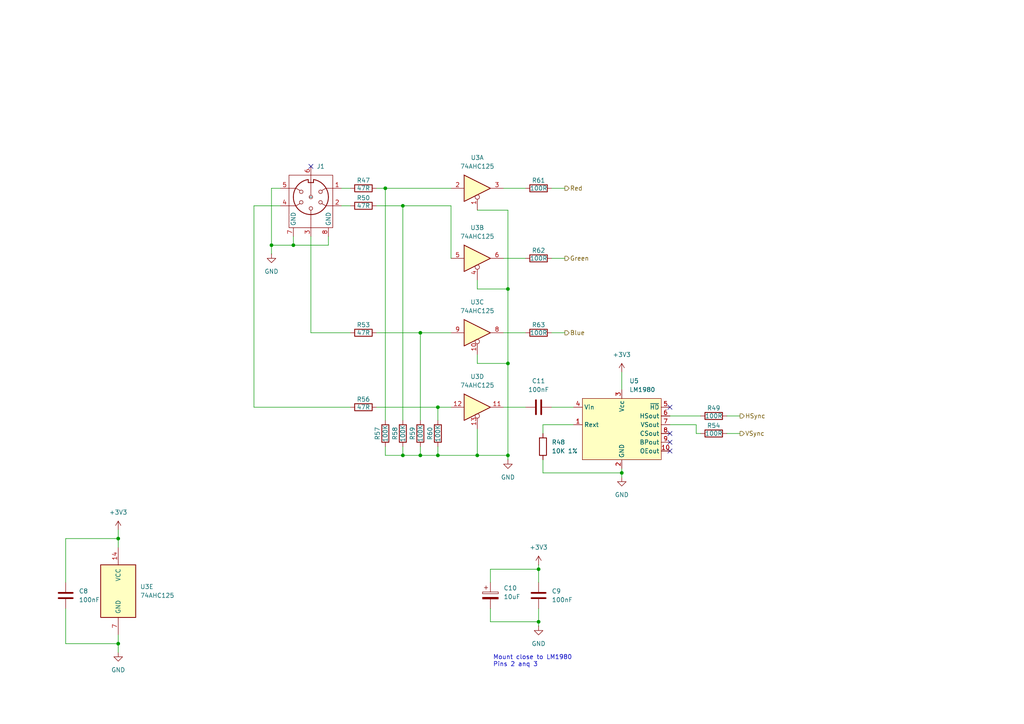
<source format=kicad_sch>
(kicad_sch (version 20231120) (generator "eeschema") (generator_version "8.0")
  (paper "A4")
  (lib_symbols
    (symbol "74xx:74AHCT125" (pin_names (offset 1.016))
      (property "Reference" "U" (at 0 1.27 0))
      (property "Value" "74AHCT125" (at 0 -1.27 0))
      (symbol "74AHCT125_1_0"
        (polyline (pts (xy -3.81 3.81) (xy -3.81 -3.81) (xy 3.81 0) (xy -3.81 3.81)) (stroke (width 0.254)) (fill (type background)))
        (pin input inverted (at 0 -6.35 90) (length 4.445) (name "~") (number "1"))
        (pin input line (at -7.62 0 0) (length 3.81) (name "~") (number "2"))
        (pin tri_state line (at 7.62 0 180) (length 3.81) (name "~") (number "3"))
      )
      (symbol "74AHCT125_2_0"
        (polyline (pts (xy -3.81 3.81) (xy -3.81 -3.81) (xy 3.81 0) (xy -3.81 3.81)) (stroke (width 0.254)) (fill (type background)))
        (pin input inverted (at 0 -6.35 90) (length 4.445) (name "~") (number "4"))
        (pin input line (at -7.62 0 0) (length 3.81) (name "~") (number "5"))
        (pin tri_state line (at 7.62 0 180) (length 3.81) (name "~") (number "6"))
      )
      (symbol "74AHCT125_3_0"
        (polyline (pts (xy -3.81 3.81) (xy -3.81 -3.81) (xy 3.81 0) (xy -3.81 3.81)) (stroke (width 0.254)) (fill (type background)))
        (pin input inverted (at 0 -6.35 90) (length 4.445) (name "~") (number "10"))
        (pin tri_state line (at 7.62 0 180) (length 3.81) (name "~") (number "8"))
        (pin input line (at -7.62 0 0) (length 3.81) (name "~") (number "9"))
      )
      (symbol "74AHCT125_4_0"
        (polyline (pts (xy -3.81 3.81) (xy -3.81 -3.81) (xy 3.81 0) (xy -3.81 3.81)) (stroke (width 0.254)) (fill (type background)))
        (pin tri_state line (at 7.62 0 180) (length 3.81) (name "~") (number "11"))
        (pin input line (at -7.62 0 0) (length 3.81) (name "~") (number "12"))
        (pin input inverted (at 0 -6.35 90) (length 4.445) (name "~") (number "13"))
      )
      (symbol "74AHCT125_5_0"
        (pin power_in line (at 0 12.7 270) (length 5.08) (name "VCC") (number "14"))
        (pin power_in line (at 0 -12.7 90) (length 5.08) (name "GND") (number "7"))
      )
      (symbol "74AHCT125_5_1"
        (rectangle (start -5.08 7.62) (end 5.08 -7.62) (stroke (width 0.254)) (fill (type background)))
      )
    )
    (symbol "Device:C" (pin_numbers hide) (pin_names (offset 0.254))
      (property "Reference" "C" (at 0.635 2.54 0))
      (property "Value" "C" (at 0.635 -2.54 0))
      (symbol "C_0_1"
        (polyline (pts (xy -2.032 -0.762) (xy 2.032 -0.762)) (stroke (width 0.508)))
        (polyline (pts (xy -2.032 0.762) (xy 2.032 0.762)) (stroke (width 0.508)))
      )
      (symbol "C_1_1"
        (pin passive line (at 0 3.81 270) (length 2.794) (name "~") (number "1"))
        (pin passive line (at 0 -3.81 90) (length 2.794) (name "~") (number "2"))
      )
    )
    (symbol "Device:C_Polarized" (pin_numbers hide) (pin_names (offset 0.254))
      (property "Reference" "C" (at 0.635 2.54 0))
      (property "Value" "C_Polarized" (at 0.635 -2.54 0))
      (symbol "C_Polarized_0_1"
        (rectangle (start -2.286 0.508) (end 2.286 1.016))
        (polyline (pts (xy -1.778 2.286) (xy -0.762 2.286)))
        (polyline (pts (xy -1.27 2.794) (xy -1.27 1.778)))
        (rectangle (start 2.286 -0.508) (end -2.286 -1.016) (fill (type outline)))
      )
      (symbol "C_Polarized_1_1"
        (pin passive line (at 0 3.81 270) (length 2.794) (name "~") (number "1"))
        (pin passive line (at 0 -3.81 90) (length 2.794) (name "~") (number "2"))
      )
    )
    (symbol "Device:R" (pin_numbers hide) (pin_names (offset 0))
      (property "Reference" "R" (at 2.032 0 90))
      (property "Value" "R" (at 0 0 90))
      (symbol "R_0_1"
        (rectangle (start -1.016 -2.54) (end 1.016 2.54) (stroke (width 0.254)))
      )
      (symbol "R_1_1"
        (pin passive line (at 0 3.81 270) (length 1.27) (name "~") (number "1"))
        (pin passive line (at 0 -3.81 90) (length 1.27) (name "~") (number "2"))
      )
    )
    (symbol "RS_DIN_Socket:DIN-6-Socket"
      (property "Reference" "J" (at 3.81 7.62 0))
      (symbol "DIN-6-Socket_0_1"
        (rectangle (start -6.35 6.35) (end 6.35 -8.89))
        (polyline (pts (xy -5.08 -2.54) (xy -6.35 -2.54)))
        (polyline (pts (xy -5.08 2.54) (xy -6.35 2.54)))
        (polyline (pts (xy 0 -6.35) (xy 0 -8.89)))
        (polyline (pts (xy 0 -5.08) (xy 0 -6.35)))
        (polyline (pts (xy 0 5.08) (xy 0 6.35)))
        (polyline (pts (xy 5.08 -2.54) (xy 6.35 -2.54)))
        (polyline (pts (xy 5.08 2.54) (xy 6.35 2.54)))
      )
      (symbol "DIN-6-Socket_1_1"
        (arc (start -5.08 0) (mid 0 -5.0579) (end 5.08 0) (stroke (width 0.254)))
        (circle (center -2.794 -1.524) (radius 0.508))
        (circle (center -2.794 1.524) (radius 0.508))
        (arc (start -0.762 5.08) (mid -3.8685 3.343) (end -5.08 0) (stroke (width 0.254)))
        (circle (center 0 -3.302) (radius 0.508))
        (polyline (pts (xy 0 -5.08) (xy 0 -3.81)))
        (polyline (pts (xy 0 5.08) (xy 0 0.508)))
        (polyline (pts (xy -5.08 -2.54) (xy -4.318 -2.54) (xy -3.175 -1.905)))
        (polyline (pts (xy -5.08 2.54) (xy -4.318 2.54) (xy -3.175 1.905)))
        (polyline (pts (xy 5.08 -2.54) (xy 4.318 -2.54) (xy 3.175 -1.905)))
        (polyline (pts (xy 5.08 2.54) (xy 4.318 2.54) (xy 3.175 1.905)))
        (polyline (pts (xy 0.762 4.953) (xy 0.762 4.191) (xy -0.762 4.191) (xy -0.762 4.953)) (stroke (width 0.254)))
        (circle (center 0 0) (radius 0.508))
        (circle (center 2.794 -1.524) (radius 0.508))
        (circle (center 2.794 1.524) (radius 0.508))
        (arc (start 5.08 0) (mid 3.8609 3.3364) (end 0.762 5.08) (stroke (width 0.254)))
        (pin passive line (at 8.89 2.54 180) (length 2.54) (name "~") (number "1"))
        (pin passive line (at 8.89 -2.54 180) (length 2.54) (name "~") (number "2"))
        (pin passive line (at 0 -11.43 90) (length 2.54) (name "~") (number "3"))
        (pin passive line (at -8.89 -2.54 0) (length 2.54) (name "~") (number "4"))
        (pin passive line (at -8.89 2.54 0) (length 2.54) (name "~") (number "5"))
        (pin passive line (at 0 8.89 270) (length 2.54) (name "~") (number "6"))
        (pin passive line (at -5.08 -11.43 90) (length 2.54) (name "GND") (number "7"))
        (pin passive line (at 5.08 -11.43 90) (length 2.54) (name "GND") (number "8"))
      )
    )
    (symbol "lmh1981:LMH1980"
      (property "Reference" "U" (at 4.826 10.414 0))
      (property "Value" "LM1980" (at -0.254 0.508 0))
      (symbol "LMH1980_1_1"
        (rectangle (start -11.43 8.89) (end 11.43 -8.89) (fill (type background)))
        (pin input line (at -13.97 1.27 0) (length 2.54) (name "Rext") (number "1"))
        (pin output line (at 13.97 -6.35 180) (length 2.54) (name "OEout") (number "10"))
        (pin power_in line (at 0 -11.43 90) (length 2.54) (name "GND") (number "2"))
        (pin power_in line (at 0 11.43 270) (length 2.54) (name "Vcc") (number "3"))
        (pin input line (at -13.97 6.35 0) (length 2.54) (name "Vin") (number "4"))
        (pin input line (at 13.97 6.35 180) (length 2.54) (name "~{HD}") (number "5"))
        (pin output line (at 13.97 3.81 180) (length 2.54) (name "HSout") (number "6"))
        (pin output line (at 13.97 1.27 180) (length 2.54) (name "VSout") (number "7"))
        (pin output line (at 13.97 -1.27 180) (length 2.54) (name "CSout") (number "8"))
        (pin output line (at 13.97 -3.81 180) (length 2.54) (name "BPout") (number "9"))
      )
    )
    (symbol "power:+3V3" (power) (pin_numbers hide) (pin_names (offset 0) hide)
      (property "Value" "+3V3" (at 0 3.556 0))
      (symbol "+3V3_0_1"
        (polyline (pts (xy -0.762 1.27) (xy 0 2.54)))
        (polyline (pts (xy 0 0) (xy 0 2.54)))
        (polyline (pts (xy 0 2.54) (xy 0.762 1.27)))
      )
      (symbol "+3V3_1_1"
        (pin power_in line (at 0 0 90) (length 0) (name "~") (number "1"))
      )
    )
    (symbol "power:GND" (power) (pin_numbers hide) (pin_names (offset 0) hide)
      (property "Value" "GND" (at 0 -3.81 0))
      (symbol "GND_0_1"
        (polyline (pts (xy 0 0) (xy 0 -1.27) (xy 1.27 -1.27) (xy 0 -2.54) (xy -1.27 -1.27) (xy 0 -1.27)))
      )
      (symbol "GND_1_1"
        (pin power_in line (at 0 0 270) (length 0) (name "~") (number "1"))
      )
    )
  )
  (junction (at 156.21 165.1))
  (junction (at 121.92 132.08))
  (junction (at 127 118.11))
  (junction (at 147.32 83.82))
  (junction (at 34.29 186.69))
  (junction (at 180.34 137.16))
  (junction (at 138.43 132.08))
  (junction (at 121.92 96.52))
  (junction (at 156.21 180.34))
  (junction (at 78.74 71.12))
  (junction (at 116.84 132.08))
  (junction (at 85.09 71.12))
  (junction (at 116.84 59.69))
  (junction (at 147.32 132.08))
  (junction (at 127 132.08))
  (junction (at 147.32 105.41))
  (junction (at 111.76 54.61))
  (junction (at 34.29 156.21))
  (no_connect (at 90.17 48.26))
  (no_connect (at 194.31 130.81))
  (no_connect (at 194.31 125.73))
  (no_connect (at 194.31 128.27))
  (no_connect (at 194.31 118.11))
  (wire (pts (xy 99.06 59.69) (xy 101.6 59.69)))
  (wire (pts (xy 99.06 54.61) (xy 101.6 54.61)))
  (wire (pts (xy 116.84 59.69) (xy 130.81 59.69)))
  (wire (pts (xy 73.66 118.11) (xy 101.6 118.11)))
  (wire (pts (xy 201.93 125.73) (xy 203.2 125.73)))
  (wire (pts (xy 160.02 118.11) (xy 166.37 118.11)))
  (wire (pts (xy 194.31 123.19) (xy 201.93 123.19)))
  (wire (pts (xy 147.32 60.96) (xy 147.32 83.82)))
  (wire (pts (xy 109.22 59.69) (xy 116.84 59.69)))
  (wire (pts (xy 111.76 54.61) (xy 111.76 121.92)))
  (wire (pts (xy 95.25 71.12) (xy 95.25 68.58)))
  (wire (pts (xy 19.05 168.91) (xy 19.05 156.21)))
  (wire (pts (xy 109.22 118.11) (xy 127 118.11)))
  (wire (pts (xy 138.43 60.96) (xy 147.32 60.96)))
  (wire (pts (xy 156.21 165.1) (xy 156.21 168.91)))
  (wire (pts (xy 142.24 165.1) (xy 156.21 165.1)))
  (wire (pts (xy 156.21 176.53) (xy 156.21 180.34)))
  (wire (pts (xy 121.92 132.08) (xy 127 132.08)))
  (wire (pts (xy 201.93 123.19) (xy 201.93 125.73)))
  (wire (pts (xy 180.34 135.89) (xy 180.34 137.16)))
  (wire (pts (xy 146.05 96.52) (xy 152.4 96.52)))
  (wire (pts (xy 166.37 123.19) (xy 157.48 123.19)))
  (wire (pts (xy 160.02 96.52) (xy 163.83 96.52)))
  (wire (pts (xy 90.17 68.58) (xy 90.17 96.52)))
  (wire (pts (xy 130.81 59.69) (xy 130.81 74.93)))
  (wire (pts (xy 34.29 184.15) (xy 34.29 186.69)))
  (wire (pts (xy 147.32 132.08) (xy 147.32 133.35)))
  (wire (pts (xy 138.43 81.28) (xy 138.43 83.82)))
  (wire (pts (xy 116.84 129.54) (xy 116.84 132.08)))
  (wire (pts (xy 81.28 54.61) (xy 78.74 54.61)))
  (wire (pts (xy 210.82 120.65) (xy 214.63 120.65)))
  (wire (pts (xy 19.05 176.53) (xy 19.05 186.69)))
  (wire (pts (xy 34.29 156.21) (xy 34.29 158.75)))
  (wire (pts (xy 157.48 123.19) (xy 157.48 125.73)))
  (wire (pts (xy 78.74 71.12) (xy 85.09 71.12)))
  (wire (pts (xy 109.22 96.52) (xy 121.92 96.52)))
  (wire (pts (xy 147.32 105.41) (xy 147.32 132.08)))
  (wire (pts (xy 146.05 118.11) (xy 152.4 118.11)))
  (wire (pts (xy 157.48 137.16) (xy 180.34 137.16)))
  (wire (pts (xy 138.43 124.46) (xy 138.43 132.08)))
  (wire (pts (xy 116.84 132.08) (xy 121.92 132.08)))
  (wire (pts (xy 138.43 105.41) (xy 147.32 105.41)))
  (wire (pts (xy 111.76 129.54) (xy 111.76 132.08)))
  (wire (pts (xy 160.02 74.93) (xy 163.83 74.93)))
  (wire (pts (xy 138.43 102.87) (xy 138.43 105.41)))
  (wire (pts (xy 160.02 54.61) (xy 163.83 54.61)))
  (wire (pts (xy 34.29 153.67) (xy 34.29 156.21)))
  (wire (pts (xy 147.32 83.82) (xy 147.32 105.41)))
  (wire (pts (xy 180.34 107.95) (xy 180.34 113.03)))
  (wire (pts (xy 34.29 186.69) (xy 34.29 189.23)))
  (wire (pts (xy 157.48 133.35) (xy 157.48 137.16)))
  (wire (pts (xy 146.05 74.93) (xy 152.4 74.93)))
  (wire (pts (xy 210.82 125.73) (xy 214.63 125.73)))
  (wire (pts (xy 85.09 68.58) (xy 85.09 71.12)))
  (wire (pts (xy 78.74 54.61) (xy 78.74 71.12)))
  (wire (pts (xy 142.24 168.91) (xy 142.24 165.1)))
  (wire (pts (xy 194.31 120.65) (xy 203.2 120.65)))
  (wire (pts (xy 81.28 59.69) (xy 73.66 59.69)))
  (wire (pts (xy 109.22 54.61) (xy 111.76 54.61)))
  (wire (pts (xy 121.92 96.52) (xy 130.81 96.52)))
  (wire (pts (xy 127 118.11) (xy 127 121.92)))
  (wire (pts (xy 180.34 137.16) (xy 180.34 138.43)))
  (wire (pts (xy 142.24 180.34) (xy 156.21 180.34)))
  (wire (pts (xy 78.74 71.12) (xy 78.74 73.66)))
  (wire (pts (xy 127 118.11) (xy 130.81 118.11)))
  (wire (pts (xy 127 129.54) (xy 127 132.08)))
  (wire (pts (xy 19.05 186.69) (xy 34.29 186.69)))
  (wire (pts (xy 111.76 132.08) (xy 116.84 132.08)))
  (wire (pts (xy 85.09 71.12) (xy 95.25 71.12)))
  (wire (pts (xy 116.84 59.69) (xy 116.84 121.92)))
  (wire (pts (xy 138.43 83.82) (xy 147.32 83.82)))
  (wire (pts (xy 146.05 54.61) (xy 152.4 54.61)))
  (wire (pts (xy 90.17 96.52) (xy 101.6 96.52)))
  (wire (pts (xy 142.24 176.53) (xy 142.24 180.34)))
  (wire (pts (xy 156.21 163.83) (xy 156.21 165.1)))
  (wire (pts (xy 19.05 156.21) (xy 34.29 156.21)))
  (wire (pts (xy 111.76 54.61) (xy 130.81 54.61)))
  (wire (pts (xy 73.66 59.69) (xy 73.66 118.11)))
  (wire (pts (xy 121.92 129.54) (xy 121.92 132.08)))
  (wire (pts (xy 138.43 132.08) (xy 147.32 132.08)))
  (wire (pts (xy 121.92 96.52) (xy 121.92 121.92)))
  (wire (pts (xy 156.21 180.34) (xy 156.21 181.61)))
  (wire (pts (xy 127 132.08) (xy 138.43 132.08)))
  (text "Mount close to LM1980\nPins 2 anq 3" (at 143.002 191.77 0) (effects (font (size 1.27 1.27)) (justify left)))
  (hierarchical_label "VSync" (shape output) (at 214.63 125.73 0))
  (hierarchical_label "Blue" (shape output) (at 163.83 96.52 0))
  (hierarchical_label "HSync" (shape output) (at 214.63 120.65 0))
  (hierarchical_label "Green" (shape output) (at 163.83 74.93 0))
  (hierarchical_label "Red" (shape output) (at 163.83 54.61 0))
  (symbol (lib_id "power:GND") (at 78.74 73.66 0) (unit 1)
    (property "Reference" "#PWR02" (effects (hide yes)))
    (property "Value" "GND" (at 78.74 78.74 0))
    (property "Description" "Power symbol creates a global label with name \"GND\" , ground" (effects (hide yes)))
  )
  (symbol (lib_id "74xx:74AHCT125") (at 138.43 74.93 0) (unit 2)
    (property "Reference" "U3" (at 138.43 66.04 0))
    (property "Value" "74AHC125" (at 138.43 68.58 0))
    (property "Datasheet" "https://www.ti.com/lit/ds/symlink/sn74ahct125.pdf" (effects (hide yes)))
    (property "Description" "Quadruple Bus Buffer Gates With 3-State Outputs" (effects (hide yes)))
  )
  (symbol (lib_id "power:GND") (at 34.29 189.23 0) (unit 1)
    (property "Reference" "#PWR012" (effects (hide yes)))
    (property "Value" "GND" (at 34.29 194.31 0))
    (property "Description" "Power symbol creates a global label with name \"GND\" , ground" (effects (hide yes)))
  )
  (symbol (lib_id "Device:R") (at 105.41 96.52 90) (unit 1)
    (property "Reference" "R53" (at 105.41 94.234 90))
    (property "Value" "47R" (at 105.41 96.52 90))
    (property "Description" "Resistor" (effects (hide yes)))
  )
  (symbol (lib_id "power:+3V3") (at 180.34 107.95 0) (unit 1)
    (property "Reference" "#PWR020" (effects (hide yes)))
    (property "Value" "+3V3" (at 180.34 102.87 0))
    (property "Description" "Power symbol creates a global label with name \"+3V3\"" (effects (hide yes)))
  )
  (symbol (lib_id "Device:R") (at 116.84 125.73 180) (unit 1)
    (property "Reference" "R58" (at 114.554 125.73 90))
    (property "Value" "100K" (at 116.84 125.73 90))
    (property "Description" "Resistor" (effects (hide yes)))
  )
  (symbol (lib_id "Device:R") (at 156.21 74.93 90) (unit 1)
    (property "Reference" "R62" (at 156.21 72.644 90))
    (property "Value" "100R" (at 156.21 74.93 90))
    (property "Description" "Resistor" (effects (hide yes)))
  )
  (symbol (lib_id "Device:C") (at 156.21 172.72 0) (unit 1)
    (property "Reference" "C9" (at 160.02 171.4499 0) (effects (justify left)))
    (property "Value" "100nF" (at 160.02 173.9899 0) (effects (justify left)))
    (property "Description" "Unpolarized capacitor" (effects (hide yes)))
  )
  (symbol (lib_id "RS_DIN_Socket:DIN-6-Socket") (at 90.17 57.15 0) (unit 1)
    (property "Reference" "J1" (at 91.8211 48.26 0) (effects (justify left)))
    (property "Value" "~" (at 90.17 57.15 0))
    (property "Footprint" "Local_footprints:6P DIN Socket RS Pro" (effects (hide yes)))
  )
  (symbol (lib_id "Device:R") (at 121.92 125.73 180) (unit 1)
    (property "Reference" "R59" (at 119.634 125.73 90))
    (property "Value" "100K" (at 121.92 125.73 90))
    (property "Description" "Resistor" (effects (hide yes)))
  )
  (symbol (lib_id "74xx:74AHCT125") (at 138.43 54.61 0) (unit 1)
    (property "Reference" "U3" (at 138.43 45.72 0))
    (property "Value" "74AHC125" (at 138.43 48.26 0))
    (property "Datasheet" "https://www.ti.com/lit/ds/symlink/sn74ahct125.pdf" (effects (hide yes)))
    (property "Description" "Quadruple Bus Buffer Gates With 3-State Outputs" (effects (hide yes)))
  )
  (symbol (lib_id "Device:R") (at 207.01 125.73 90) (unit 1)
    (property "Reference" "R54" (at 207.01 123.444 90))
    (property "Value" "100R" (at 207.01 125.73 90))
    (property "Description" "Resistor" (effects (hide yes)))
  )
  (symbol (lib_id "Device:R") (at 127 125.73 180) (unit 1)
    (property "Reference" "R60" (at 124.714 125.73 90))
    (property "Value" "100K" (at 127 125.73 90))
    (property "Description" "Resistor" (effects (hide yes)))
  )
  (symbol (lib_id "power:+3V3") (at 34.29 153.67 0) (unit 1)
    (property "Reference" "#PWR015" (effects (hide yes)))
    (property "Value" "+3V3" (at 34.29 148.59 0))
    (property "Description" "Power symbol creates a global label with name \"+3V3\"" (effects (hide yes)))
  )
  (symbol (lib_id "Device:R") (at 105.41 59.69 90) (unit 1)
    (property "Reference" "R50" (at 105.41 57.404 90))
    (property "Value" "47R" (at 105.41 59.69 90))
    (property "Description" "Resistor" (effects (hide yes)))
  )
  (symbol (lib_id "Device:R") (at 105.41 118.11 90) (unit 1)
    (property "Reference" "R56" (at 105.41 115.824 90))
    (property "Value" "47R" (at 105.41 118.11 90))
    (property "Description" "Resistor" (effects (hide yes)))
  )
  (symbol (lib_id "power:+3V3") (at 156.21 163.83 0) (unit 1)
    (property "Reference" "#PWR018" (effects (hide yes)))
    (property "Value" "+3V3" (at 156.21 158.75 0))
    (property "Description" "Power symbol creates a global label with name \"+3V3\"" (effects (hide yes)))
  )
  (symbol (lib_id "Device:R") (at 156.21 96.52 90) (unit 1)
    (property "Reference" "R63" (at 156.21 94.234 90))
    (property "Value" "100R" (at 156.21 96.52 90))
    (property "Description" "Resistor" (effects (hide yes)))
  )
  (symbol (lib_id "74xx:74AHCT125") (at 138.43 96.52 0) (unit 3)
    (property "Reference" "U3" (at 138.43 87.63 0))
    (property "Value" "74AHC125" (at 138.43 90.17 0))
    (property "Datasheet" "https://www.ti.com/lit/ds/symlink/sn74ahct125.pdf" (effects (hide yes)))
    (property "Description" "Quadruple Bus Buffer Gates With 3-State Outputs" (effects (hide yes)))
  )
  (symbol (lib_id "Device:R") (at 207.01 120.65 90) (unit 1)
    (property "Reference" "R49" (at 207.01 118.364 90))
    (property "Value" "100R" (at 207.01 120.65 90))
    (property "Description" "Resistor" (effects (hide yes)))
  )
  (symbol (lib_id "Device:C") (at 156.21 118.11 90) (unit 1)
    (property "Reference" "C11" (at 156.21 110.49 90))
    (property "Value" "100nF" (at 156.21 113.03 90))
    (property "Description" "Unpolarized capacitor" (effects (hide yes)))
  )
  (symbol (lib_id "Device:C_Polarized") (at 142.24 172.72 0) (unit 1)
    (property "Reference" "C10" (at 146.05 170.5609 0) (effects (justify left)))
    (property "Value" "10uF" (at 146.05 173.1009 0) (effects (justify left)))
    (property "Description" "Polarized capacitor" (effects (hide yes)))
  )
  (symbol (lib_id "74xx:74AHCT125") (at 34.29 171.45 0) (unit 5)
    (property "Reference" "U3" (at 40.64 170.1799 0) (effects (justify left)))
    (property "Value" "74AHC125" (at 40.64 172.7199 0) (effects (justify left)))
    (property "Datasheet" "https://www.ti.com/lit/ds/symlink/sn74ahct125.pdf" (effects (hide yes)))
    (property "Description" "Quadruple Bus Buffer Gates With 3-State Outputs" (effects (hide yes)))
  )
  (symbol (lib_id "power:GND") (at 147.32 133.35 0) (unit 1)
    (property "Reference" "#PWR010" (effects (hide yes)))
    (property "Value" "GND" (at 147.32 138.43 0))
    (property "Description" "Power symbol creates a global label with name \"GND\" , ground" (effects (hide yes)))
  )
  (symbol (lib_id "Device:R") (at 156.21 54.61 90) (unit 1)
    (property "Reference" "R61" (at 156.21 52.324 90))
    (property "Value" "100R" (at 156.21 54.61 90))
    (property "Description" "Resistor" (effects (hide yes)))
  )
  (symbol (lib_id "Device:R") (at 111.76 125.73 180) (unit 1)
    (property "Reference" "R57" (at 109.474 125.73 90))
    (property "Value" "100K" (at 111.76 125.73 90))
    (property "Description" "Resistor" (effects (hide yes)))
  )
  (symbol (lib_id "Device:C") (at 19.05 172.72 0) (unit 1)
    (property "Reference" "C8" (at 22.86 171.4499 0) (effects (justify left)))
    (property "Value" "100nF" (at 22.86 173.9899 0) (effects (justify left)))
    (property "Description" "Unpolarized capacitor" (effects (hide yes)))
  )
  (symbol (lib_id "power:GND") (at 156.21 181.61 0) (unit 1)
    (property "Reference" "#PWR019" (effects (hide yes)))
    (property "Value" "GND" (at 156.21 186.69 0))
    (property "Description" "Power symbol creates a global label with name \"GND\" , ground" (effects (hide yes)))
  )
  (symbol (lib_id "Device:R") (at 105.41 54.61 90) (unit 1)
    (property "Reference" "R47" (at 105.41 52.324 90))
    (property "Value" "47R" (at 105.41 54.61 90))
    (property "Description" "Resistor" (effects (hide yes)))
  )
  (symbol (lib_id "power:GND") (at 180.34 138.43 0) (unit 1)
    (property "Reference" "#PWR021" (effects (hide yes)))
    (property "Value" "GND" (at 180.34 143.51 0))
    (property "Description" "Power symbol creates a global label with name \"GND\" , ground" (effects (hide yes)))
  )
  (symbol (lib_id "74xx:74AHCT125") (at 138.43 118.11 0) (unit 4)
    (property "Reference" "U3" (at 138.43 109.22 0))
    (property "Value" "74AHC125" (at 138.43 111.76 0))
    (property "Datasheet" "https://www.ti.com/lit/ds/symlink/sn74ahct125.pdf" (effects (hide yes)))
    (property "Description" "Quadruple Bus Buffer Gates With 3-State Outputs" (effects (hide yes)))
  )
  (symbol (lib_id "lmh1981:LMH1980") (at 180.34 124.46 0) (unit 1)
    (property "Reference" "U5" (at 182.5341 110.49 0) (effects (justify left)))
    (property "Value" "LM1980" (at 182.5341 113.03 0) (effects (justify left)))
    (property "Footprint" "Package_SO:VSSOP-10_3x3mm_P0.5mm" (effects (hide yes)))
    (property "Datasheet" "https://www.ti.com/lit/ds/symlink/lmh1980.pdf" (effects (hide yes)))
    (property "Description" "Auto-Detecting SD/HD/PC Video Sync Separator" (effects (hide yes)))
  )
  (symbol (lib_id "Device:R") (at 157.48 129.54 0) (unit 1)
    (property "Reference" "R48" (at 160.02 128.2699 0) (effects (justify left)))
    (property "Value" "10K 1%" (at 160.02 130.8099 0) (effects (justify left)))
    (property "Description" "Resistor" (effects (hide yes)))
  )
)
</source>
